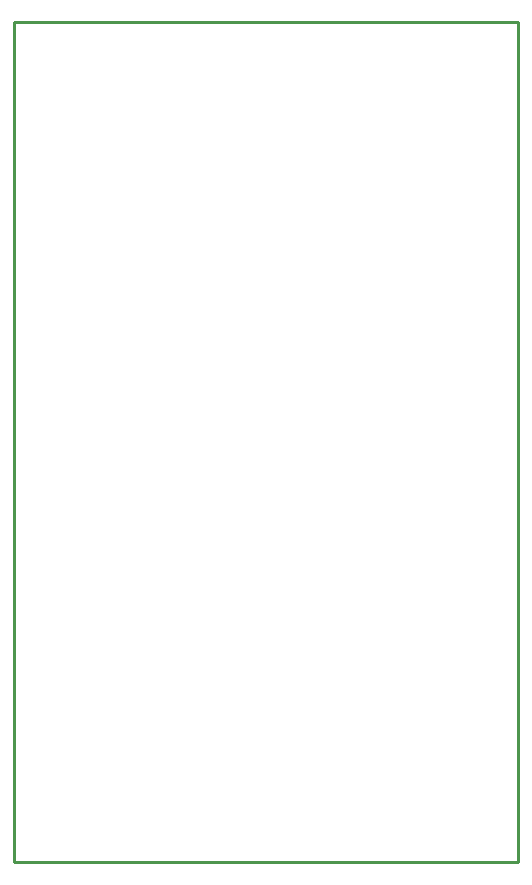
<source format=gko>
G04*
G04 #@! TF.GenerationSoftware,Altium Limited,Altium Designer,18.1.9 (240)*
G04*
G04 Layer_Color=16711935*
%FSLAX25Y25*%
%MOIN*%
G70*
G01*
G75*
%ADD13C,0.01000*%
D13*
X0Y0D02*
Y280000D01*
Y0D02*
X168000D01*
X168000Y280000D02*
X168000Y0D01*
X0Y280000D02*
X168000D01*
M02*

</source>
